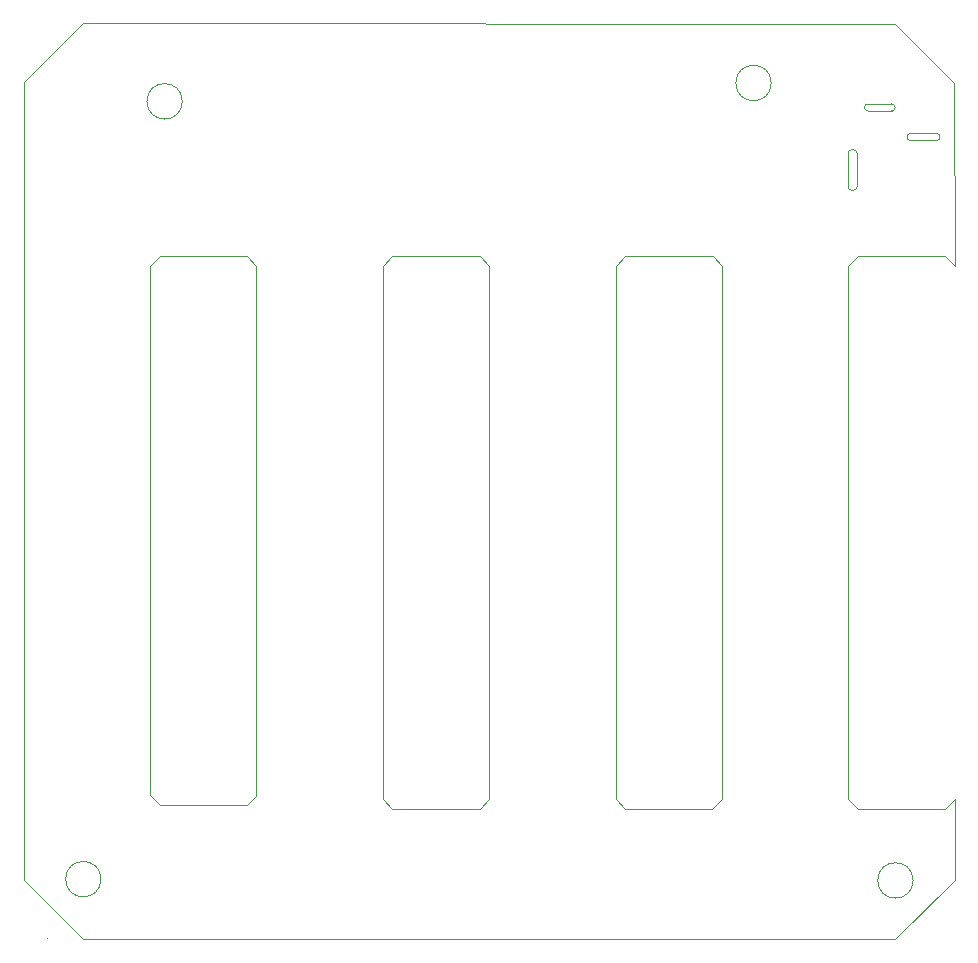
<source format=gm1>
G04 #@! TF.GenerationSoftware,KiCad,Pcbnew,7.0.9*
G04 #@! TF.CreationDate,2024-04-10T09:45:46+08:00*
G04 #@! TF.ProjectId,6__ 2.5_NAS,36d84d20-322e-435f-984e-41532e6b6963,0.3*
G04 #@! TF.SameCoordinates,PXbbc77c0PY26f37c0*
G04 #@! TF.FileFunction,Profile,NP*
%FSLAX45Y45*%
G04 Gerber Fmt 4.5, Leading zero omitted, Abs format (unit mm)*
G04 Created by KiCad (PCBNEW 7.0.9) date 2024-04-10 09:45:46*
%MOMM*%
%LPD*%
G01*
G04 APERTURE LIST*
G04 #@! TA.AperFunction,Profile*
%ADD10C,0.100000*%
G04 #@! TD*
G04 #@! TA.AperFunction,Profile*
%ADD11C,0.010000*%
G04 #@! TD*
G04 APERTURE END LIST*
D10*
X-1522930Y-391410D02*
X-779498Y-391410D01*
X2337070Y-471410D02*
X2417070Y-391410D01*
X-2672230Y-5676900D02*
X-2172230Y-6176900D01*
X-1602230Y-471410D02*
X-1522930Y-391410D01*
X3157070Y-5071410D02*
X2417070Y-5071410D01*
X3160501Y-391410D02*
X3237070Y-471410D01*
X-2019230Y-5666210D02*
G75*
G03*
X-2019230Y-5666210I-150000J0D01*
G01*
X5207000Y-4991410D02*
X5207000Y-5676900D01*
X-1602230Y-4954810D02*
X-1522230Y-5034810D01*
X367070Y-4991410D02*
X447070Y-5071410D01*
X1190502Y-391410D02*
X1267070Y-471410D01*
X-1330820Y919480D02*
G75*
G03*
X-1330820Y919480I-150000J0D01*
G01*
X-1602230Y-471410D02*
X-1602230Y-4954810D01*
X5206620Y1074800D02*
X4706620Y1574800D01*
X-2479230Y-6166810D02*
X-2479230Y-6166810D01*
X5130502Y-391410D02*
X5207070Y-471410D01*
X5127070Y-5071410D02*
X4387070Y-5071410D01*
X4387070Y-391410D02*
X5130502Y-391410D01*
X447070Y-391410D02*
X1190502Y-391410D01*
X1187070Y-5071410D02*
X447070Y-5071410D01*
X3237070Y-4991410D02*
X3157070Y-5071410D01*
X2337070Y-471410D02*
X2337070Y-4991410D01*
X2417070Y-391410D02*
X3160501Y-391410D01*
X2337070Y-4991410D02*
X2417070Y-5071410D01*
X-2172230Y1583190D02*
X4706620Y1574800D01*
X367070Y-471410D02*
X367075Y-4991410D01*
X5207070Y-471410D02*
X5206620Y1074800D01*
X-702930Y-4954810D02*
X-702930Y-471410D01*
X1267070Y-4991410D02*
X1267070Y-471410D01*
X1267070Y-4991410D02*
X1187070Y-5071410D01*
X-2672230Y-5676900D02*
X-2672230Y1083190D01*
X3655200Y1074420D02*
G75*
G03*
X3655200Y1074420I-150000J0D01*
G01*
X-782230Y-5034810D02*
X-1522230Y-5034810D01*
X-779498Y-391410D02*
X-702930Y-471410D01*
X4307070Y-4991410D02*
X4387070Y-5071410D01*
X5207000Y-5676900D02*
X4707000Y-6176900D01*
X-2172230Y-6176900D02*
X4707000Y-6176900D01*
X4307070Y-471410D02*
X4307070Y-4991410D01*
X4307070Y-471410D02*
X4387070Y-391410D01*
X-702230Y-4954810D02*
X-782230Y-5034810D01*
X5207070Y-4991410D02*
X5127070Y-5071410D01*
X367070Y-471410D02*
X447070Y-391410D01*
X-2172230Y1583190D02*
X-2672230Y1083190D01*
X4856620Y-5676900D02*
G75*
G03*
X4856620Y-5676900I-150000J0D01*
G01*
X3237070Y-4991410D02*
X3237070Y-471410D01*
D11*
G04 #@! TO.C,J11*
X4303920Y472820D02*
X4303920Y202820D01*
X4383920Y202820D02*
X4383920Y472820D01*
X4473920Y837820D02*
X4673920Y837820D01*
X4673920Y897820D02*
X4473920Y897820D01*
X4833920Y587820D02*
X5053920Y587820D01*
X5053920Y647820D02*
X4833920Y647820D01*
X4383920Y472820D02*
G75*
G03*
X4303920Y472820I-40000J0D01*
G01*
X4303920Y202820D02*
G75*
G03*
X4383920Y202820I40000J0D01*
G01*
X4473920Y897820D02*
G75*
G03*
X4473920Y837820I0J-30000D01*
G01*
X4673920Y837820D02*
G75*
G03*
X4673920Y897820I0J30000D01*
G01*
X4833920Y647820D02*
G75*
G03*
X4833920Y587820I0J-30000D01*
G01*
X5053920Y587820D02*
G75*
G03*
X5053920Y647820I0J30000D01*
G01*
G04 #@! TD*
M02*

</source>
